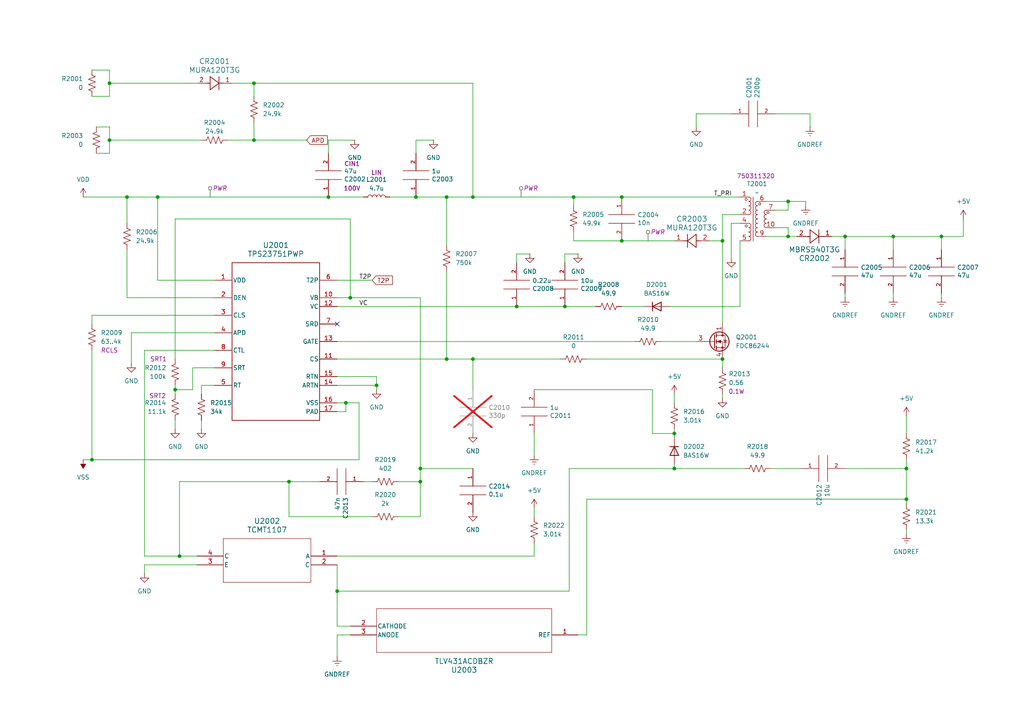
<source format=kicad_sch>
(kicad_sch (version 20231120) (generator "eeschema") (generator_version "8.0")
  (paper "A4")
  (lib_symbols
    (symbol "750311320:750311320"
      (property "Reference" "T" (at 0 0 0))
      (symbol "750311320_0_1"
        (circle (center -2.033 -3.2059) (radius 0.3179))
        (circle (center -2.0012 -10.9317) (radius 0.3179))
        (arc (start -1.27 -15.24) (mid -0.635 -14.605) (end -1.27 -13.97))
        (arc (start -1.27 -13.97) (mid -0.635 -13.335) (end -1.27 -12.7))
        (arc (start -1.27 -12.7) (mid -0.635 -12.065) (end -1.27 -11.43))
        (arc (start -1.27 -11.43) (mid -0.635 -10.795) (end -1.27 -10.16))
        (arc (start -1.27 -7.62) (mid -0.635 -6.985) (end -1.27 -6.35))
        (arc (start -1.27 -6.35) (mid -0.635 -5.715) (end -1.27 -5.08))
        (arc (start -1.27 -5.08) (mid -0.635 -4.445) (end -1.27 -3.81))
        (arc (start -1.27 -3.81) (mid -0.635 -3.175) (end -1.27 -2.54))
        (polyline (pts (xy 0 -15.24) (xy 0 -2.54)))
        (arc (start 1.27 -12.7) (mid 0.635 -13.335) (end 1.27 -13.97))
        (arc (start 1.27 -11.43) (mid 0.635 -12.065) (end 1.27 -12.7))
        (arc (start 1.27 -10.16) (mid 0.635 -10.795) (end 1.27 -11.43))
        (arc (start 1.27 -8.89) (mid 0.635 -9.525) (end 1.27 -10.16))
        (arc (start 1.27 -7.62) (mid 0.635 -8.255) (end 1.27 -8.89))
        (arc (start 1.27 -6.35) (mid 0.635 -6.985) (end 1.27 -7.62))
        (arc (start 1.27 -5.08) (mid 0.635 -5.715) (end 1.27 -6.35))
        (arc (start 1.27 -3.81) (mid 0.635 -4.445) (end 1.27 -5.08))
        (circle (center 1.9093 -4.5412) (radius 0.3179))
        (arc (start 3.81 -10.16) (mid 3.175 -10.795) (end 3.81 -11.43))
        (arc (start 3.81 -8.89) (mid 3.175 -9.525) (end 3.81 -10.16))
        (arc (start 3.81 -7.62) (mid 3.175 -8.255) (end 3.81 -8.89))
        (arc (start 3.81 -6.35) (mid 3.175 -6.985) (end 3.81 -7.62))
        (circle (center 4.2938 -7.0211) (radius 0.3179))
      )
      (symbol "750311320_1_1"
        (pin input line (at -3.81 -2.54 0) (length 2.54) (name "") (number "1"))
        (pin output line (at 6.35 -11.43 180) (length 2.54) (name "") (number "10"))
        (pin input line (at -3.81 -7.62 0) (length 2.54) (name "") (number "2"))
        (pin input line (at -3.81 -10.16 0) (length 2.54) (name "") (number "4"))
        (pin input line (at -3.81 -15.24 0) (length 2.54) (name "") (number "5"))
        (pin output line (at 3.81 -3.81 180) (length 2.54) (name "") (number "6"))
        (pin output line (at 6.35 -6.35 180) (length 2.54) (name "") (number "7"))
        (pin output line (at 3.81 -13.97 180) (length 2.54) (name "") (number "9"))
      )
    )
    (symbol "Device:L" (pin_numbers hide) (pin_names (offset 1.016) hide)
      (property "Reference" "L" (at -1.27 0 90))
      (property "Value" "L" (at 1.905 0 90))
      (symbol "L_0_1"
        (arc (start 0 -2.54) (mid 0.6323 -1.905) (end 0 -1.27))
        (arc (start 0 -1.27) (mid 0.6323 -0.635) (end 0 0))
        (arc (start 0 0) (mid 0.6323 0.635) (end 0 1.27))
        (arc (start 0 1.27) (mid 0.6323 1.905) (end 0 2.54))
      )
      (symbol "L_1_1"
        (pin passive line (at 0 3.81 270) (length 1.27) (name "1") (number "1"))
        (pin passive line (at 0 -3.81 90) (length 1.27) (name "2") (number "2"))
      )
    )
    (symbol "Device:R_US" (pin_numbers hide) (pin_names (offset 0))
      (property "Reference" "R" (at 2.54 0 90))
      (property "Value" "R_US" (at -2.54 0 90))
      (symbol "R_US_0_1"
        (polyline (pts (xy 0 -2.286) (xy 0 -2.54)))
        (polyline (pts (xy 0 2.286) (xy 0 2.54)))
        (polyline (pts (xy 0 -0.762) (xy 1.016 -1.143) (xy 0 -1.524) (xy -1.016 -1.905) (xy 0 -2.286)))
        (polyline (pts (xy 0 0.762) (xy 1.016 0.381) (xy 0 0) (xy -1.016 -0.381) (xy 0 -0.762)))
        (polyline (pts (xy 0 2.286) (xy 1.016 1.905) (xy 0 1.524) (xy -1.016 1.143) (xy 0 0.762)))
      )
      (symbol "R_US_1_1"
        (pin passive line (at 0 3.81 270) (length 1.27) (name "~") (number "1"))
        (pin passive line (at 0 -3.81 90) (length 1.27) (name "~") (number "2"))
      )
    )
    (symbol "Diode:BAS16W" (pin_numbers hide) (pin_names hide)
      (property "Reference" "D" (at 0 2.54 0))
      (property "Value" "BAS16W" (at 0 -2.54 0))
      (symbol "BAS16W_0_1"
        (polyline (pts (xy -1.27 1.27) (xy -1.27 -1.27)) (stroke (width 0.254)))
        (polyline (pts (xy 1.27 0) (xy -1.27 0)))
        (polyline (pts (xy 1.27 1.27) (xy 1.27 -1.27) (xy -1.27 0) (xy 1.27 1.27)) (stroke (width 0.254)))
      )
      (symbol "BAS16W_1_1"
        (pin passive line (at 3.81 0 180) (length 2.54) (name "A") (number "1"))
        (pin no_connect line (at -1.27 0 0) (length 2.54) hide (name "NC") (number "2"))
        (pin passive line (at -3.81 0 0) (length 2.54) (name "K") (number "3"))
      )
    )
    (symbol "MBRS540T3G:MBRS540T3G" (pin_names (offset 0.254))
      (property "Reference" "CR" (at 5.08 4.445 0))
      (property "Value" "MBRS540T3G" (at 5.08 -3.81 0))
      (symbol "MBRS540T3G_1_1"
        (polyline (pts (xy 2.54 0) (xy 3.4798 0)) (stroke (width 0.2032)))
        (polyline (pts (xy 3.175 0) (xy 3.81 0)) (stroke (width 0.2032)))
        (polyline (pts (xy 3.81 -1.905) (xy 6.35 0)) (stroke (width 0.2032)))
        (polyline (pts (xy 3.81 1.905) (xy 3.81 -1.905)) (stroke (width 0.2032)))
        (polyline (pts (xy 6.35 -1.905) (xy 6.35 1.905)) (stroke (width 0.2032)))
        (polyline (pts (xy 6.35 0) (xy 3.81 1.905)) (stroke (width 0.2032)))
        (polyline (pts (xy 6.35 0) (xy 7.62 0)) (stroke (width 0.2032)))
        (pin unspecified line (at 10.16 0 180) (length 2.54) (name "") (number "1"))
        (pin unspecified line (at 0 0 0) (length 2.54) (name "") (number "2"))
      )
      (symbol "MBRS540T3G_1_2"
        (polyline (pts (xy -1.905 3.81) (xy 1.905 3.81)) (stroke (width 0.2032)))
        (polyline (pts (xy 0 2.54) (xy 0 3.4798)) (stroke (width 0.2032)))
        (polyline (pts (xy 0 3.175) (xy 0 3.81)) (stroke (width 0.2032)))
        (polyline (pts (xy 0 6.35) (xy -1.905 3.81)) (stroke (width 0.2032)))
        (polyline (pts (xy 0 6.35) (xy 0 7.62)) (stroke (width 0.2032)))
        (polyline (pts (xy 1.905 3.81) (xy 0 6.35)) (stroke (width 0.2032)))
        (polyline (pts (xy 1.905 6.35) (xy -1.905 6.35)) (stroke (width 0.2032)))
        (pin unspecified line (at 0 10.16 270) (length 2.54) (name "") (number "1"))
        (pin unspecified line (at 0 0 90) (length 2.54) (name "") (number "2"))
      )
    )
    (symbol "MURA120T3G:MURA120T3G" (pin_names (offset 0.254))
      (property "Reference" "CR" (at 5.08 4.445 0))
      (property "Value" "MURA120T3G" (at 5.08 -3.81 0))
      (symbol "MURA120T3G_1_1"
        (polyline (pts (xy 2.54 0) (xy 3.4798 0)) (stroke (width 0.2032)))
        (polyline (pts (xy 3.175 0) (xy 3.81 0)) (stroke (width 0.2032)))
        (polyline (pts (xy 3.81 -1.905) (xy 6.35 0)) (stroke (width 0.2032)))
        (polyline (pts (xy 3.81 1.905) (xy 3.81 -1.905)) (stroke (width 0.2032)))
        (polyline (pts (xy 6.35 -1.905) (xy 6.35 1.905)) (stroke (width 0.2032)))
        (polyline (pts (xy 6.35 0) (xy 3.81 1.905)) (stroke (width 0.2032)))
        (polyline (pts (xy 6.35 0) (xy 7.62 0)) (stroke (width 0.2032)))
        (pin unspecified line (at 10.16 0 180) (length 2.54) (name "") (number "1"))
        (pin unspecified line (at 0 0 0) (length 2.54) (name "") (number "2"))
      )
      (symbol "MURA120T3G_1_2"
        (polyline (pts (xy -1.905 3.81) (xy 1.905 3.81)) (stroke (width 0.2032)))
        (polyline (pts (xy 0 2.54) (xy 0 3.4798)) (stroke (width 0.2032)))
        (polyline (pts (xy 0 3.175) (xy 0 3.81)) (stroke (width 0.2032)))
        (polyline (pts (xy 0 6.35) (xy -1.905 3.81)) (stroke (width 0.2032)))
        (polyline (pts (xy 0 6.35) (xy 0 7.62)) (stroke (width 0.2032)))
        (polyline (pts (xy 1.905 3.81) (xy 0 6.35)) (stroke (width 0.2032)))
        (polyline (pts (xy 1.905 6.35) (xy -1.905 6.35)) (stroke (width 0.2032)))
        (pin unspecified line (at 0 10.16 270) (length 2.54) (name "") (number "1"))
        (pin unspecified line (at 0 0 90) (length 2.54) (name "") (number "2"))
      )
    )
    (symbol "PoE-rescue:C-pspice" (pin_names (offset 0.254))
      (property "Reference" "C" (at 2.54 3.81 90))
      (property "Value" "pspice_C" (at 2.54 -3.81 90))
      (symbol "C-pspice_0_1"
        (polyline (pts (xy -3.81 -1.27) (xy 3.81 -1.27)))
        (polyline (pts (xy -3.81 1.27) (xy 3.81 1.27)))
      )
      (symbol "C-pspice_1_1"
        (pin passive line (at 0 6.35 270) (length 5.08) (name "~") (number "1"))
        (pin passive line (at 0 -6.35 90) (length 5.08) (name "~") (number "2"))
      )
    )
    (symbol "SparkFun-Resistor:0.47_0603" (pin_numbers hide) (pin_names (offset 0))
      (property "Reference" "R" (at 0 -2.54 0))
      (property "Value" "0.47" (at 0 2.54 0))
      (symbol "0.47_0603_0_1"
        (polyline (pts (xy -2.286 0) (xy -2.54 0)))
        (polyline (pts (xy 2.286 0) (xy 2.54 0)))
        (polyline (pts (xy -0.762 0) (xy -1.143 -1.016) (xy -1.524 0) (xy -1.905 1.016) (xy -2.286 0)))
        (polyline (pts (xy 0.762 0) (xy 0.381 -1.016) (xy 0 0) (xy -0.381 1.016) (xy -0.762 0)))
        (polyline (pts (xy 2.286 0) (xy 1.905 -1.016) (xy 1.524 0) (xy 1.143 1.016) (xy 0.762 0)))
      )
      (symbol "0.47_0603_1_1"
        (pin passive line (at 3.81 0 180) (length 1.27) (name "~") (number "1"))
        (pin passive line (at -3.81 0 0) (length 1.27) (name "~") (number "2"))
      )
    )
    (symbol "TCMT1107:TCMT1107" (pin_names (offset 0.254))
      (property "Reference" "U" (at 20.32 10.16 0))
      (property "Value" "TCMT1107" (at 20.32 7.62 0))
      (symbol "TCMT1107_0_1"
        (polyline (pts (xy 7.62 -7.62) (xy 33.02 -7.62)) (stroke (width 0.127)))
        (polyline (pts (xy 7.62 5.08) (xy 7.62 -7.62)) (stroke (width 0.127)))
        (polyline (pts (xy 33.02 -7.62) (xy 33.02 5.08)) (stroke (width 0.127)))
        (polyline (pts (xy 33.02 5.08) (xy 7.62 5.08)) (stroke (width 0.127)))
        (pin unspecified line (at 0 0 0) (length 7.62) (name "A") (number "1"))
        (pin unspecified line (at 0 -2.54 0) (length 7.62) (name "C") (number "2"))
        (pin unspecified line (at 40.64 -2.54 180) (length 7.62) (name "E") (number "3"))
        (pin unspecified line (at 40.64 0 180) (length 7.62) (name "C") (number "4"))
      )
    )
    (symbol "TLV431ACDBZR:TLV431ACDBZR" (pin_names (offset 0.254))
      (property "Reference" "U" (at 33.02 10.16 0))
      (property "Value" "TLV431ACDBZR" (at 33.02 7.62 0))
      (symbol "TLV431ACDBZR_0_1"
        (polyline (pts (xy 7.62 -7.62) (xy 58.42 -7.62)) (stroke (width 0.127)))
        (polyline (pts (xy 7.62 5.08) (xy 7.62 -7.62)) (stroke (width 0.127)))
        (polyline (pts (xy 58.42 -7.62) (xy 58.42 5.08)) (stroke (width 0.127)))
        (polyline (pts (xy 58.42 5.08) (xy 7.62 5.08)) (stroke (width 0.127)))
        (pin unspecified line (at 0 0 0) (length 7.62) (name "REF") (number "1"))
        (pin unspecified line (at 66.04 -2.54 180) (length 7.62) (name "CATHODE") (number "2"))
        (pin unspecified line (at 66.04 0 180) (length 7.62) (name "ANODE") (number "3"))
      )
    )
    (symbol "TPS23751PWP:TPS23751PWP" (pin_names (offset 0.254))
      (property "Reference" "U" (at 0 2.54 0))
      (property "Value" "TPS23751PWP" (at 0 0 0))
      (symbol "TPS23751PWP_0_1"
        (polyline (pts (xy -12.7 -22.86) (xy 12.7 -22.86)) (stroke (width 0.2032)))
        (polyline (pts (xy -12.7 22.86) (xy -12.7 -22.86)) (stroke (width 0.2032)))
        (polyline (pts (xy 12.7 -22.86) (xy 12.7 22.86)) (stroke (width 0.2032)))
        (polyline (pts (xy 12.7 22.86) (xy -12.7 22.86)) (stroke (width 0.2032)))
        (pin power_in line (at -17.78 17.78 0) (length 5.08) (name "VDD") (number "1"))
        (pin output line (at 17.78 12.7 180) (length 5.08) (name "VB") (number "10"))
        (pin bidirectional line (at 17.78 -5.08 180) (length 5.08) (name "CS") (number "11"))
        (pin bidirectional line (at 17.78 10.16 180) (length 5.08) (name "VC") (number "12"))
        (pin output line (at 17.78 0 180) (length 5.08) (name "GATE") (number "13"))
        (pin power_in line (at 17.78 -12.7 180) (length 5.08) (name "ARTN") (number "14"))
        (pin output line (at 17.78 -10.16 180) (length 5.08) (name "RTN") (number "15"))
        (pin power_in line (at 17.78 -17.78 180) (length 5.08) (name "VSS") (number "16"))
        (pin unspecified line (at 17.78 -20.32 180) (length 5.08) (name "PAD") (number "17"))
        (pin bidirectional line (at -17.78 12.7 0) (length 5.08) (name "DEN") (number "2"))
        (pin bidirectional line (at -17.78 7.62 0) (length 5.08) (name "CLS") (number "3"))
        (pin input line (at -17.78 2.54 0) (length 5.08) (name "APD") (number "4"))
        (pin input line (at -17.78 -12.7 0) (length 5.08) (name "RT") (number "5"))
        (pin output line (at 17.78 17.78 180) (length 5.08) (name "T2P") (number "6"))
        (pin output line (at 17.78 5.08 180) (length 5.08) (name "SRD") (number "7"))
        (pin input line (at -17.78 -2.54 0) (length 5.08) (name "CTL") (number "8"))
        (pin input line (at -17.78 -7.62 0) (length 5.08) (name "SRT") (number "9"))
      )
    )
    (symbol "Transistor_FET:FDC86244" (pin_names hide)
      (property "Reference" "Q" (at 5.08 1.905 0))
      (property "Value" "FDC86244" (at 5.08 0 0))
      (symbol "FDC86244_0_1"
        (polyline (pts (xy 0.254 0) (xy -2.54 0)))
        (polyline (pts (xy 0.254 1.905) (xy 0.254 -1.905)) (stroke (width 0.254)))
        (polyline (pts (xy 0.762 -1.27) (xy 0.762 -2.286)) (stroke (width 0.254)))
        (polyline (pts (xy 0.762 0.508) (xy 0.762 -0.508)) (stroke (width 0.254)))
        (polyline (pts (xy 0.762 2.286) (xy 0.762 1.27)) (stroke (width 0.254)))
        (polyline (pts (xy 2.54 2.54) (xy 2.54 1.778)))
        (polyline (pts (xy 2.54 -2.54) (xy 2.54 0) (xy 0.762 0)))
        (polyline (pts (xy 0.762 -1.778) (xy 3.302 -1.778) (xy 3.302 1.778) (xy 0.762 1.778)))
        (polyline (pts (xy 1.016 0) (xy 2.032 0.381) (xy 2.032 -0.381) (xy 1.016 0)) (fill (type outline)))
        (polyline (pts (xy 2.794 0.508) (xy 2.921 0.381) (xy 3.683 0.381) (xy 3.81 0.254)))
        (polyline (pts (xy 3.302 0.381) (xy 2.921 -0.254) (xy 3.683 -0.254) (xy 3.302 0.381)))
        (circle (center 1.651 0) (radius 2.794) (stroke (width 0.254)))
        (circle (center 2.54 -1.778) (radius 0.254) (fill (type outline)))
        (circle (center 2.54 1.778) (radius 0.254) (fill (type outline)))
      )
      (symbol "FDC86244_1_1"
        (pin passive line (at 2.54 5.08 270) (length 2.54) (name "D") (number "1"))
        (pin passive line (at 2.54 5.08 270) (length 2.54) hide (name "D") (number "2"))
        (pin passive line (at -5.08 0 0) (length 2.54) (name "G") (number "3"))
        (pin passive line (at 2.54 -5.08 90) (length 2.54) (name "S") (number "4"))
        (pin passive line (at 2.54 5.08 270) (length 2.54) hide (name "D") (number "5"))
        (pin passive line (at 2.54 5.08 270) (length 2.54) hide (name "D") (number "6"))
      )
    )
    (symbol "power:+5V" (power) (pin_numbers hide) (pin_names (offset 0) hide)
      (property "Value" "+5V" (at 0 3.556 0))
      (symbol "+5V_0_1"
        (polyline (pts (xy -0.762 1.27) (xy 0 2.54)))
        (polyline (pts (xy 0 0) (xy 0 2.54)))
        (polyline (pts (xy 0 2.54) (xy 0.762 1.27)))
      )
      (symbol "+5V_1_1"
        (pin power_in line (at 0 0 90) (length 0) (name "~") (number "1"))
      )
    )
    (symbol "power:GND" (power) (pin_numbers hide) (pin_names (offset 0) hide)
      (property "Value" "GND" (at 0 -3.81 0))
      (symbol "GND_0_1"
        (polyline (pts (xy 0 0) (xy 0 -1.27) (xy 1.27 -1.27) (xy 0 -2.54) (xy -1.27 -1.27) (xy 0 -1.27)))
      )
      (symbol "GND_1_1"
        (pin power_in line (at 0 0 270) (length 0) (name "~") (number "1"))
      )
    )
    (symbol "power:GNDREF" (power) (pin_numbers hide) (pin_names (offset 0) hide)
      (property "Value" "GNDREF" (at 0 -3.81 0))
      (symbol "GNDREF_0_1"
        (polyline (pts (xy -0.635 -1.905) (xy 0.635 -1.905)))
        (polyline (pts (xy -0.127 -2.54) (xy 0.127 -2.54)))
        (polyline (pts (xy 0 -1.27) (xy 0 0)))
        (polyline (pts (xy 1.27 -1.27) (xy -1.27 -1.27)))
      )
      (symbol "GNDREF_1_1"
        (pin power_in line (at 0 0 270) (length 0) (name "~") (number "1"))
      )
    )
    (symbol "power:VDD" (power) (pin_numbers hide) (pin_names (offset 0) hide)
      (property "Value" "VDD" (at 0 3.556 0))
      (symbol "VDD_0_1"
        (polyline (pts (xy -0.762 1.27) (xy 0 2.54)))
        (polyline (pts (xy 0 0) (xy 0 2.54)))
        (polyline (pts (xy 0 2.54) (xy 0.762 1.27)))
      )
      (symbol "VDD_1_1"
        (pin power_in line (at 0 0 90) (length 0) (name "~") (number "1"))
      )
    )
    (symbol "power:VSS" (power) (pin_numbers hide) (pin_names (offset 0) hide)
      (property "Value" "VSS" (at 0 3.556 0))
      (symbol "VSS_0_1"
        (polyline (pts (xy 0 0) (xy 0 2.54)))
        (polyline (pts (xy 0.762 1.27) (xy -0.762 1.27) (xy 0 2.54) (xy 0.762 1.27)) (fill (type outline)))
      )
      (symbol "VSS_1_1"
        (pin power_in line (at 0 0 90) (length 0) (name "~") (number "1"))
      )
    )
  )
  (junction (at 137.16 57.15))
  (junction (at 245.11 68.58))
  (junction (at 121.92 139.7))
  (junction (at 209.55 104.14))
  (junction (at 149.86 88.9))
  (junction (at 195.58 135.89))
  (junction (at 26.67 133.35))
  (junction (at 121.92 135.89))
  (junction (at 109.22 111.76))
  (junction (at 262.89 135.89))
  (junction (at 95.25 57.15))
  (junction (at 195.58 125.73))
  (junction (at 180.34 69.85))
  (junction (at 52.07 161.29))
  (junction (at 228.6 58.42))
  (junction (at 101.6 86.36))
  (junction (at 259.08 68.58))
  (junction (at 120.65 57.15))
  (junction (at 129.54 104.14))
  (junction (at 31.75 24.13))
  (junction (at 83.82 139.7))
  (junction (at 100.33 116.84))
  (junction (at 209.55 69.85))
  (junction (at 228.6 68.58))
  (junction (at 166.37 57.15))
  (junction (at 273.05 68.58))
  (junction (at 163.83 88.9))
  (junction (at 73.66 40.64))
  (junction (at 31.75 40.64))
  (junction (at 97.79 171.45))
  (junction (at 137.16 104.14))
  (junction (at 129.54 57.15))
  (junction (at 180.34 57.15))
  (junction (at 36.83 57.15))
  (junction (at 73.66 24.13))
  (junction (at 45.72 57.15))
  (junction (at 50.8 113.03))
  (junction (at 262.89 144.78))
  (no_connect (at 97.79 93.98))
  (wire (pts (xy 109.22 111.76) (xy 109.22 113.03)))
  (wire (pts (xy 201.93 33.02) (xy 201.93 36.83)))
  (wire (pts (xy 245.11 135.89) (xy 262.89 135.89)))
  (wire (pts (xy 115.57 149.86) (xy 121.92 149.86)))
  (wire (pts (xy 137.16 24.13) (xy 137.16 57.15)))
  (wire (pts (xy 214.63 62.23) (xy 209.55 62.23)))
  (wire (pts (xy 209.55 104.14) (xy 209.55 106.68)))
  (wire (pts (xy 129.54 104.14) (xy 137.16 104.14)))
  (wire (pts (xy 180.34 57.15) (xy 214.63 57.15)))
  (wire (pts (xy 201.93 33.02) (xy 212.09 33.02)))
  (wire (pts (xy 214.63 69.85) (xy 214.63 88.9)))
  (wire (pts (xy 129.54 78.74) (xy 129.54 104.14)))
  (wire (pts (xy 170.18 184.15) (xy 170.18 144.78)))
  (wire (pts (xy 97.79 119.38) (xy 100.33 119.38)))
  (wire (pts (xy 273.05 68.58) (xy 273.05 72.39)))
  (wire (pts (xy 27.94 44.45) (xy 31.75 44.45)))
  (wire (pts (xy 180.34 88.9) (xy 186.69 88.9)))
  (wire (pts (xy 45.72 57.15) (xy 45.72 81.28)))
  (wire (pts (xy 180.34 69.85) (xy 195.58 69.85)))
  (wire (pts (xy 163.83 88.9) (xy 172.72 88.9)))
  (wire (pts (xy 97.79 86.36) (xy 101.6 86.36)))
  (wire (pts (xy 170.18 144.78) (xy 262.89 144.78)))
  (wire (pts (xy 73.66 24.13) (xy 137.16 24.13)))
  (wire (pts (xy 120.65 40.64) (xy 120.65 44.45)))
  (wire (pts (xy 62.23 106.68) (xy 55.88 106.68)))
  (wire (pts (xy 26.67 91.44) (xy 26.67 93.98)))
  (wire (pts (xy 67.31 24.13) (xy 73.66 24.13)))
  (wire (pts (xy 166.37 67.31) (xy 166.37 69.85)))
  (wire (pts (xy 121.92 139.7) (xy 121.92 149.86)))
  (wire (pts (xy 24.13 57.15) (xy 36.83 57.15)))
  (wire (pts (xy 31.75 40.64) (xy 58.42 40.64)))
  (wire (pts (xy 83.82 139.7) (xy 92.71 139.7)))
  (wire (pts (xy 36.83 86.36) (xy 36.83 72.39)))
  (wire (pts (xy 113.03 57.15) (xy 120.65 57.15)))
  (wire (pts (xy 214.63 64.77) (xy 212.09 64.77)))
  (wire (pts (xy 107.95 149.86) (xy 83.82 149.86)))
  (wire (pts (xy 50.8 111.76) (xy 50.8 113.03)))
  (wire (pts (xy 26.67 101.6) (xy 26.67 133.35)))
  (wire (pts (xy 262.89 120.65) (xy 262.89 125.73)))
  (wire (pts (xy 212.09 64.77) (xy 212.09 74.93)))
  (wire (pts (xy 195.58 125.73) (xy 195.58 127)))
  (wire (pts (xy 36.83 57.15) (xy 45.72 57.15)))
  (wire (pts (xy 31.75 27.94) (xy 31.75 24.13)))
  (wire (pts (xy 245.11 68.58) (xy 245.11 72.39)))
  (wire (pts (xy 165.1 171.45) (xy 97.79 171.45)))
  (wire (pts (xy 195.58 124.46) (xy 195.58 125.73)))
  (wire (pts (xy 41.91 163.83) (xy 41.91 166.37)))
  (wire (pts (xy 97.79 181.61) (xy 101.6 181.61)))
  (wire (pts (xy 222.25 68.58) (xy 228.6 68.58)))
  (wire (pts (xy 245.11 85.09) (xy 245.11 86.36)))
  (wire (pts (xy 101.6 63.5) (xy 50.8 63.5)))
  (wire (pts (xy 62.23 111.76) (xy 58.42 111.76)))
  (wire (pts (xy 191.77 99.06) (xy 201.93 99.06)))
  (wire (pts (xy 234.95 33.02) (xy 234.95 36.83)))
  (wire (pts (xy 50.8 63.5) (xy 50.8 104.14)))
  (wire (pts (xy 228.6 60.96) (xy 228.6 58.42)))
  (wire (pts (xy 262.89 133.35) (xy 262.89 135.89)))
  (wire (pts (xy 137.16 57.15) (xy 166.37 57.15)))
  (wire (pts (xy 166.37 69.85) (xy 180.34 69.85)))
  (wire (pts (xy 52.07 161.29) (xy 57.15 161.29)))
  (wire (pts (xy 228.6 68.58) (xy 228.6 66.04)))
  (wire (pts (xy 62.23 81.28) (xy 45.72 81.28)))
  (wire (pts (xy 95.25 40.64) (xy 95.25 44.45)))
  (wire (pts (xy 104.14 133.35) (xy 104.14 116.84)))
  (wire (pts (xy 149.86 88.9) (xy 163.83 88.9)))
  (wire (pts (xy 101.6 63.5) (xy 101.6 86.36)))
  (wire (pts (xy 73.66 40.64) (xy 66.04 40.64)))
  (wire (pts (xy 41.91 161.29) (xy 52.07 161.29)))
  (wire (pts (xy 129.54 57.15) (xy 129.54 71.12)))
  (wire (pts (xy 62.23 86.36) (xy 36.83 86.36)))
  (wire (pts (xy 165.1 135.89) (xy 165.1 171.45)))
  (wire (pts (xy 137.16 104.14) (xy 162.56 104.14)))
  (wire (pts (xy 31.75 20.32) (xy 31.75 24.13)))
  (wire (pts (xy 154.94 113.03) (xy 189.23 113.03)))
  (wire (pts (xy 137.16 104.14) (xy 137.16 113.03)))
  (wire (pts (xy 154.94 147.32) (xy 154.94 149.86)))
  (wire (pts (xy 100.33 116.84) (xy 97.79 116.84)))
  (wire (pts (xy 195.58 114.3) (xy 195.58 116.84)))
  (wire (pts (xy 262.89 135.89) (xy 262.89 144.78)))
  (wire (pts (xy 170.18 104.14) (xy 209.55 104.14)))
  (wire (pts (xy 273.05 85.09) (xy 273.05 86.36)))
  (wire (pts (xy 224.79 60.96) (xy 228.6 60.96)))
  (wire (pts (xy 95.25 57.15) (xy 105.41 57.15)))
  (wire (pts (xy 83.82 139.7) (xy 52.07 139.7)))
  (wire (pts (xy 58.42 121.92) (xy 58.42 124.46)))
  (wire (pts (xy 163.83 73.66) (xy 167.64 73.66)))
  (wire (pts (xy 97.79 184.15) (xy 97.79 190.5)))
  (wire (pts (xy 279.4 63.5) (xy 279.4 68.58)))
  (wire (pts (xy 55.88 113.03) (xy 50.8 113.03)))
  (wire (pts (xy 189.23 125.73) (xy 195.58 125.73)))
  (wire (pts (xy 115.57 139.7) (xy 121.92 139.7)))
  (wire (pts (xy 228.6 66.04) (xy 224.79 66.04)))
  (wire (pts (xy 97.79 99.06) (xy 184.15 99.06)))
  (wire (pts (xy 102.87 40.64) (xy 95.25 40.64)))
  (wire (pts (xy 166.37 57.15) (xy 180.34 57.15)))
  (wire (pts (xy 57.15 163.83) (xy 41.91 163.83)))
  (wire (pts (xy 241.3 68.58) (xy 245.11 68.58)))
  (wire (pts (xy 233.68 58.42) (xy 233.68 59.69)))
  (wire (pts (xy 194.31 88.9) (xy 214.63 88.9)))
  (wire (pts (xy 259.08 68.58) (xy 259.08 72.39)))
  (wire (pts (xy 31.75 40.64) (xy 31.75 44.45)))
  (wire (pts (xy 97.79 109.22) (xy 109.22 109.22)))
  (wire (pts (xy 101.6 86.36) (xy 121.92 86.36)))
  (wire (pts (xy 38.1 96.52) (xy 62.23 96.52)))
  (wire (pts (xy 73.66 24.13) (xy 73.66 27.94)))
  (wire (pts (xy 209.55 115.57) (xy 209.55 114.3)))
  (wire (pts (xy 73.66 35.56) (xy 73.66 40.64)))
  (wire (pts (xy 209.55 62.23) (xy 209.55 69.85)))
  (wire (pts (xy 50.8 113.03) (xy 50.8 114.3)))
  (wire (pts (xy 105.41 139.7) (xy 107.95 139.7)))
  (wire (pts (xy 259.08 85.09) (xy 259.08 86.36)))
  (wire (pts (xy 228.6 68.58) (xy 231.14 68.58)))
  (wire (pts (xy 104.14 116.84) (xy 100.33 116.84)))
  (wire (pts (xy 26.67 27.94) (xy 31.75 27.94)))
  (wire (pts (xy 245.11 68.58) (xy 259.08 68.58)))
  (wire (pts (xy 97.79 81.28) (xy 107.95 81.28)))
  (wire (pts (xy 125.73 40.64) (xy 120.65 40.64)))
  (wire (pts (xy 209.55 69.85) (xy 205.74 69.85)))
  (wire (pts (xy 97.79 161.29) (xy 154.94 161.29)))
  (wire (pts (xy 167.64 184.15) (xy 170.18 184.15)))
  (wire (pts (xy 31.75 36.83) (xy 31.75 40.64)))
  (wire (pts (xy 223.52 135.89) (xy 232.41 135.89)))
  (wire (pts (xy 62.23 91.44) (xy 26.67 91.44)))
  (wire (pts (xy 273.05 68.58) (xy 279.4 68.58)))
  (wire (pts (xy 149.86 73.66) (xy 153.67 73.66)))
  (wire (pts (xy 209.55 69.85) (xy 209.55 93.98)))
  (wire (pts (xy 26.67 133.35) (xy 104.14 133.35)))
  (wire (pts (xy 31.75 24.13) (xy 57.15 24.13)))
  (wire (pts (xy 129.54 57.15) (xy 137.16 57.15)))
  (wire (pts (xy 41.91 101.6) (xy 41.91 161.29)))
  (wire (pts (xy 83.82 149.86) (xy 83.82 139.7)))
  (wire (pts (xy 149.86 73.66) (xy 149.86 76.2)))
  (wire (pts (xy 36.83 57.15) (xy 36.83 64.77)))
  (wire (pts (xy 109.22 109.22) (xy 109.22 111.76)))
  (wire (pts (xy 55.88 106.68) (xy 55.88 113.03)))
  (wire (pts (xy 100.33 116.84) (xy 100.33 119.38)))
  (wire (pts (xy 97.79 171.45) (xy 97.79 181.61)))
  (wire (pts (xy 24.13 133.35) (xy 26.67 133.35)))
  (wire (pts (xy 97.79 111.76) (xy 109.22 111.76)))
  (wire (pts (xy 38.1 96.52) (xy 38.1 105.41)))
  (wire (pts (xy 262.89 154.94) (xy 262.89 153.67)))
  (wire (pts (xy 215.9 135.89) (xy 195.58 135.89)))
  (wire (pts (xy 154.94 125.73) (xy 154.94 132.08)))
  (wire (pts (xy 58.42 111.76) (xy 58.42 114.3)))
  (wire (pts (xy 50.8 121.92) (xy 50.8 124.46)))
  (wire (pts (xy 195.58 135.89) (xy 165.1 135.89)))
  (wire (pts (xy 259.08 68.58) (xy 273.05 68.58)))
  (wire (pts (xy 97.79 88.9) (xy 149.86 88.9)))
  (wire (pts (xy 101.6 184.15) (xy 97.79 184.15)))
  (wire (pts (xy 62.23 101.6) (xy 41.91 101.6)))
  (wire (pts (xy 120.65 57.15) (xy 129.54 57.15)))
  (wire (pts (xy 73.66 40.64) (xy 88.9 40.64)))
  (wire (pts (xy 163.83 73.66) (xy 163.83 76.2)))
  (wire (pts (xy 52.07 139.7) (xy 52.07 161.29)))
  (wire (pts (xy 262.89 144.78) (xy 262.89 146.05)))
  (wire (pts (xy 166.37 57.15) (xy 166.37 59.69)))
  (wire (pts (xy 26.67 20.32) (xy 31.75 20.32)))
  (wire (pts (xy 228.6 58.42) (xy 233.68 58.42)))
  (wire (pts (xy 189.23 113.03) (xy 189.23 125.73)))
  (wire (pts (xy 121.92 135.89) (xy 137.16 135.89)))
  (wire (pts (xy 97.79 104.14) (xy 129.54 104.14)))
  (wire (pts (xy 45.72 57.15) (xy 95.25 57.15)))
  (wire (pts (xy 121.92 86.36) (xy 121.92 135.89)))
  (wire (pts (xy 195.58 135.89) (xy 195.58 134.62)))
  (wire (pts (xy 222.25 58.42) (xy 228.6 58.42)))
  (wire (pts (xy 27.94 36.83) (xy 31.75 36.83)))
  (wire (pts (xy 121.92 135.89) (xy 121.92 139.7)))
  (wire (pts (xy 97.79 163.83) (xy 97.79 171.45)))
  (wire (pts (xy 154.94 157.48) (xy 154.94 161.29)))
  (wire (pts (xy 224.79 33.02) (xy 234.95 33.02)))
  (label "T2P" (at 104.14 81.28 0))
  (label "VC" (at 104.14 88.9 0))
  (label "T_PRI" (at 207.01 57.15 0))
  (global_label "APD" (shape input) (at 88.9 40.64 0) (property "Intersheetrefs" "${INTERSHEET_REFS}" (effects (hide yes))))
  (global_label "T2P" (shape input) (at 107.95 81.28 0) (property "Intersheetrefs" "${INTERSHEET_REFS}" (effects (hide yes))))
  (netclass_flag "" (length 2.54) (shape round) (at 60.96 57.15 0) (property "Netclass" "PWR" (at 61.6585 54.61 0) (effects (font (italic yes)) (justify left))))
  (netclass_flag "" (length 2.54) (shape round) (at 151.13 57.15 0) (property "Netclass" "PWR" (at 151.8285 54.61 0) (effects (font (italic yes)) (justify left))))
  (netclass_flag "" (length 2.54) (shape round) (at 187.96 69.85 0) (property "Netclass" "PWR" (at 188.6585 67.31 0) (effects (font (italic yes)) (justify left))))
  (symbol (lib_id "MBRS540T3G:MBRS540T3G") (at 231.14 68.58 0) (mirror x) (unit 1)
    (property "Reference" "CR2002" (at 236.22 74.93 0) (effects (font (size 1.524 1.524))))
    (property "Value" "MBRS540T3G" (at 236.22 72.39 0) (effects (font (size 1.524 1.524))))
    (property "Footprint" "footprints:DIODE_SMC_7P15X6P25_ONS" (effects (hide yes)))
    (property "Datasheet" "MBRS540T3G" (effects (hide yes)))
  )
  (symbol (lib_id "power:GND") (at 125.73 40.64 0) (mirror y) (unit 1)
    (property "Reference" "#PWR02004" (effects (hide yes)))
    (property "Value" "GND" (at 125.73 45.72 0))
    (property "Description" "Power symbol creates a global label with name \"GND\" , ground" (effects (hide yes)))
  )
  (symbol (lib_id "Device:R_US") (at 187.96 99.06 270) (unit 1)
    (property "Reference" "R2010" (at 187.96 92.71 90))
    (property "Value" "49.9" (at 187.96 95.25 90))
    (property "Footprint" "LED_SMD:LED_0805_2012Metric" (effects (hide yes)))
    (property "Description" "Resistor, US symbol" (effects (hide yes)))
  )
  (symbol (lib_id "PoE-rescue:C-pspice") (at 245.11 78.74 0) (unit 1)
    (property "Reference" "C2005" (at 249.6312 77.5716 0) (effects (justify left)))
    (property "Value" "47u" (at 249.6312 79.883 0) (effects (justify left)))
    (property "Footprint" "footprints:CAP_WCAP-ASLI_06p3X05p5_WRE" (effects (hide yes)))
  )
  (symbol (lib_id "MURA120T3G:MURA120T3G") (at 205.74 69.85 0) (mirror y) (unit 1)
    (property "Reference" "CR2003" (at 200.66 63.5 0) (effects (font (size 1.524 1.524))))
    (property "Value" "MURA120T3G" (at 200.66 66.04 0) (effects (font (size 1.524 1.524))))
    (property "Footprint" "footprints:DIODE_TVS1SMAS5_4P57X2P92_ONS" (effects (hide yes)))
    (property "Datasheet" "MURA120T3G" (effects (hide yes)))
  )
  (symbol (lib_id "Device:R_US") (at 50.8 118.11 0) (mirror y) (unit 1)
    (property "Reference" "R2014" (at 48.26 116.8399 0) (effects (justify left)))
    (property "Value" "11.1k" (at 48.26 119.3799 0) (effects (justify left)))
    (property "Footprint" "Resistor_SMD:R_0805_2012Metric" (effects (hide yes)))
    (property "Description" "SRT2" (at 45.72 114.808 0))
  )
  (symbol (lib_id "Device:R_US") (at 36.83 68.58 0) (unit 1)
    (property "Reference" "R2006" (at 39.37 67.3099 0) (effects (justify left)))
    (property "Value" "24.9k" (at 39.37 69.8499 0) (effects (justify left)))
    (property "Footprint" "LED_SMD:LED_0805_2012Metric" (effects (hide yes)))
    (property "Description" "Resistor, US symbol" (effects (hide yes)))
  )
  (symbol (lib_id "power:GNDREF") (at 262.89 154.94 0) (unit 1)
    (property "Reference" "#PWR02026" (effects (hide yes)))
    (property "Value" "GNDREF" (at 262.89 160.02 0))
    (property "Description" "Power symbol creates a global label with name \"GNDREF\" , reference supply ground" (effects (hide yes)))
  )
  (symbol (lib_id "TCMT1107:TCMT1107") (at 97.79 161.29 0) (mirror y) (unit 1)
    (property "Reference" "U2002" (at 77.47 151.13 0) (effects (font (size 1.524 1.524))))
    (property "Value" "TCMT1107" (at 77.47 153.67 0) (effects (font (size 1.524 1.524))))
    (property "Footprint" "footprints:SSOP4_4P40X2P85_VIS" (effects (hide yes)))
    (property "Datasheet" "TCMT1107" (effects (hide yes)))
  )
  (symbol (lib_id "power:+5V") (at 279.4 63.5 0) (unit 1)
    (property "Reference" "#PWR02007" (effects (hide yes)))
    (property "Value" "+5V" (at 279.4 58.42 0))
    (property "Description" "Power symbol creates a global label with name \"+5V\"" (effects (hide yes)))
  )
  (symbol (lib_id "power:GNDREF") (at 233.68 59.69 0) (unit 1)
    (property "Reference" "#PWR02006" (effects (hide yes)))
    (property "Value" "GNDREF" (at 233.68 64.77 0))
    (property "Description" "Power symbol creates a global label with name \"GNDREF\" , reference supply ground" (effects (hide yes)))
  )
  (symbol (lib_id "power:VSS") (at 24.13 133.35 0) (mirror x) (unit 1)
    (property "Reference" "#PWR02023" (effects (hide yes)))
    (property "Value" "VSS" (at 24.13 138.43 0))
    (property "Description" "Power symbol creates a global label with name \"VSS\"" (effects (hide yes)))
  )
  (symbol (lib_id "PoE-rescue:C-pspice") (at 137.16 142.24 0) (unit 1)
    (property "Reference" "C2014" (at 141.6812 141.0716 0) (effects (justify left)))
    (property "Value" "0.1u" (at 141.6812 143.383 0) (effects (justify left)))
    (property "Footprint" "Capacitor_SMD:C_0805_2012Metric" (effects (hide yes)))
  )
  (symbol (lib_id "power:GND") (at 167.64 73.66 0) (unit 1)
    (property "Reference" "#PWR02009" (effects (hide yes)))
    (property "Value" "GND" (at 167.64 78.74 0))
    (property "Description" "Power symbol creates a global label with name \"GND\" , ground" (effects (hide yes)))
  )
  (symbol (lib_id "PoE-rescue:C-pspice") (at 238.76 135.89 90) (mirror x) (unit 1)
    (property "Reference" "C2012" (at 237.5916 140.4112 0) (effects (justify left)))
    (property "Value" "10u" (at 239.903 140.4112 0) (effects (justify left)))
    (property "Footprint" "Capacitor_SMD:C_0805_2012Metric" (effects (hide yes)))
  )
  (symbol (lib_id "Device:R_US") (at 58.42 118.11 0) (unit 1)
    (property "Reference" "R2015" (at 60.96 116.8399 0) (effects (justify left)))
    (property "Value" "34k" (at 60.96 119.3799 0) (effects (justify left)))
    (property "Footprint" "Resistor_SMD:R_0805_2012Metric" (effects (hide yes)))
    (property "Description" "Resistor, US symbol" (effects (hide yes)))
  )
  (symbol (lib_id "power:GND") (at 153.67 73.66 0) (unit 1)
    (property "Reference" "#PWR02008" (effects (hide yes)))
    (property "Value" "GND" (at 153.67 78.74 0))
    (property "Description" "Power symbol creates a global label with name \"GND\" , ground" (effects (hide yes)))
  )
  (symbol (lib_id "power:GNDREF") (at 97.79 190.5 0) (unit 1)
    (property "Reference" "#PWR02028" (effects (hide yes)))
    (property "Value" "GNDREF" (at 97.79 195.58 0))
    (property "Description" "Power symbol creates a global label with name \"GNDREF\" , reference supply ground" (effects (hide yes)))
  )
  (symbol (lib_id "Device:R_US") (at 50.8 107.95 0) (mirror y) (unit 1)
    (property "Reference" "R2012" (at 48.26 106.6799 0) (effects (justify left)))
    (property "Value" "100k" (at 48.26 109.2199 0) (effects (justify left)))
    (property "Footprint" "LED_SMD:LED_0805_2012Metric" (effects (hide yes)))
    (property "Description" "SRT1" (at 45.974 104.14 0))
  )
  (symbol (lib_id "MURA120T3G:MURA120T3G") (at 57.15 24.13 0) (unit 1)
    (property "Reference" "CR2001" (at 62.23 17.78 0) (effects (font (size 1.524 1.524))))
    (property "Value" "MURA120T3G" (at 62.23 20.32 0) (effects (font (size 1.524 1.524))))
    (property "Footprint" "footprints:DIODE_TVS1SMAS5_4P57X2P92_ONS" (effects (hide yes)))
    (property "Datasheet" "MURA120T3G" (effects (hide yes)))
  )
  (symbol (lib_id "power:+5V") (at 262.89 120.65 0) (unit 1)
    (property "Reference" "#PWR02018" (effects (hide yes)))
    (property "Value" "+5V" (at 262.89 115.57 0))
    (property "Description" "Power symbol creates a global label with name \"+5V\"" (effects (hide yes)))
  )
  (symbol (lib_id "power:VDD") (at 24.13 57.15 0) (unit 1)
    (property "Reference" "#PWR02005" (effects (hide yes)))
    (property "Value" "VDD" (at 24.13 52.07 0))
    (property "Description" "Power symbol creates a global label with name \"VDD\"" (effects (hide yes)))
  )
  (symbol (lib_id "Transistor_FET:FDC86244") (at 207.01 99.06 0) (unit 1)
    (property "Reference" "Q2001" (at 213.36 97.7899 0) (effects (justify left)))
    (property "Value" "FDC86244" (at 213.36 100.3299 0) (effects (justify left)))
    (property "Footprint" "Package_TO_SOT_SMD:SuperSOT-6" (effects (hide yes)))
    (property "Datasheet" "https://www.onsemi.com/pub/Collateral/FDC86244-D.pdf" (effects (hide yes)))
    (property "Description" "2.3A Id, 150V Vds, N-Channel MOSFET, 144mOhm Ron, SuperSOT-6" (effects (hide yes)))
  )
  (symbol (lib_id "power:GNDREF") (at 154.94 132.08 0) (unit 1)
    (property "Reference" "#PWR02022" (effects (hide yes)))
    (property "Value" "GNDREF" (at 154.94 137.16 0))
    (property "Description" "Power symbol creates a global label with name \"GNDREF\" , reference supply ground" (effects (hide yes)))
  )
  (symbol (lib_id "Device:R_US") (at 73.66 31.75 0) (unit 1)
    (property "Reference" "R2002" (at 76.2 30.4799 0) (effects (justify left)))
    (property "Value" "24.9k" (at 76.2 33.0199 0) (effects (justify left)))
    (property "Footprint" "Resistor_SMD:R_0805_2012Metric" (effects (hide yes)))
    (property "Description" "Resistor, US symbol" (effects (hide yes)))
  )
  (symbol (lib_id "power:GNDREF") (at 234.95 36.83 0) (unit 1)
    (property "Reference" "#PWR02002" (effects (hide yes)))
    (property "Value" "GNDREF" (at 234.95 41.91 0))
    (property "Description" "Power symbol creates a global label with name \"GNDREF\" , reference supply ground" (effects (hide yes)))
  )
  (symbol (lib_id "TLV431ACDBZR:TLV431ACDBZR") (at 167.64 184.15 180) (unit 1)
    (property "Reference" "U2003" (at 134.62 194.31 0) (effects (font (size 1.524 1.524))))
    (property "Value" "TLV431ACDBZR" (at 134.62 191.77 0) (effects (font (size 1.524 1.524))))
    (property "Footprint" "footprints:DBZ3" (effects (hide yes)))
    (property "Datasheet" "TLV431ACDBZR" (effects (hide yes)))
  )
  (symbol (lib_id "power:GND") (at 41.91 166.37 0) (unit 1)
    (property "Reference" "#PWR02027" (effects (hide yes)))
    (property "Value" "GND" (at 41.91 171.45 0))
    (property "Description" "Power symbol creates a global label with name \"GND\" , ground" (effects (hide yes)))
  )
  (symbol (lib_id "power:GND") (at 201.93 36.83 0) (unit 1)
    (property "Reference" "#PWR02001" (effects (hide yes)))
    (property "Value" "GND" (at 201.93 41.91 0))
    (property "Description" "Power symbol creates a global label with name \"GND\" , ground" (effects (hide yes)))
  )
  (symbol (lib_id "power:GND") (at 50.8 124.46 0) (unit 1)
    (property "Reference" "#PWR02019" (effects (hide yes)))
    (property "Value" "GND" (at 50.8 129.54 0))
    (property "Description" "Power symbol creates a global label with name \"GND\" , ground" (effects (hide yes)))
  )
  (symbol (lib_id "Device:R_US") (at 262.89 149.86 0) (unit 1)
    (property "Reference" "R2021" (at 265.43 148.5899 0) (effects (justify left)))
    (property "Value" "13.3k" (at 265.43 151.1299 0) (effects (justify left)))
    (property "Footprint" "Resistor_SMD:R_0805_2012Metric" (effects (hide yes)))
    (property "Description" "Resistor, US symbol" (effects (hide yes)))
  )
  (symbol (lib_id "PoE-rescue:C-pspice") (at 180.34 63.5 0) (unit 1)
    (property "Reference" "C2004" (at 184.8612 62.3316 0) (effects (justify left)))
    (property "Value" "10n" (at 184.8612 64.643 0) (effects (justify left)))
    (property "Footprint" "Capacitor_SMD:C_0805_2012Metric" (effects (hide yes)))
  )
  (symbol (lib_id "PoE-rescue:C-pspice") (at 154.94 119.38 0) (mirror x) (unit 1)
    (property "Reference" "C2011" (at 159.4612 120.5484 0) (effects (justify left)))
    (property "Value" "1u" (at 159.4612 118.237 0) (effects (justify left)))
    (property "Footprint" "Capacitor_SMD:C_0805_2012Metric" (effects (hide yes)))
  )
  (symbol (lib_id "SparkFun-Resistor:0.47_0603") (at 27.94 40.64 270) (mirror x) (unit 1)
    (property "Reference" "R2003" (at 24.13 39.3699 90) (effects (justify right)))
    (property "Value" "0" (at 24.13 41.9099 90) (effects (justify right)))
    (property "Footprint" "Resistor_SMD:R_0805_2012Metric" (effects (hide yes)))
    (property "Datasheet" "https://industrial.panasonic.com/cdbs/www-data/pdf/RDN0000/AOA0000C313.pdf" (effects (hide yes)))
    (property "Description" "Resistor" (effects (hide yes)))
    (property "PROD_ID" "RES-20715" (effects (hide yes)))
  )
  (symbol (lib_id "PoE-rescue:C-pspice") (at 218.44 33.02 90) (unit 1)
    (property "Reference" "C2001" (at 217.2716 28.4988 0) (effects (justify left)))
    (property "Value" "2200p" (at 219.583 28.4988 0) (effects (justify left)))
    (property "Footprint" "Capacitor_SMD:C_0805_2012Metric" (effects (hide yes)))
  )
  (symbol (lib_id "power:+5V") (at 195.58 114.3 0) (unit 1)
    (property "Reference" "#PWR02016" (effects (hide yes)))
    (property "Value" "+5V" (at 195.58 109.22 0))
    (property "Description" "Power symbol creates a global label with name \"+5V\"" (effects (hide yes)))
  )
  (symbol (lib_id "Device:R_US") (at 111.76 139.7 270) (unit 1)
    (property "Reference" "R2019" (at 111.76 133.35 90))
    (property "Value" "402" (at 111.76 135.89 90))
    (property "Footprint" "Resistor_SMD:R_0805_2012Metric" (effects (hide yes)))
    (property "Description" "Resistor, US symbol" (effects (hide yes)))
  )
  (symbol (lib_id "power:+5V") (at 154.94 147.32 0) (unit 1)
    (property "Reference" "#PWR02024" (effects (hide yes)))
    (property "Value" "+5V" (at 154.94 142.24 0))
    (property "Description" "Power symbol creates a global label with name \"+5V\"" (effects (hide yes)))
  )
  (symbol (lib_id "750311320:750311320") (at 218.44 54.61 0) (unit 1)
    (property "Reference" "T2001" (at 219.5704 53.34 0))
    (property "Value" "~" (at 219.5704 55.88 0))
    (property "Footprint" "footprints:750311320" (effects (hide yes)))
    (property "Datasheet" "https://www.we-online.com/components/products/datasheet/750311320.pdf" (effects (hide yes)))
    (property "Description" "750311320" (at 219.202 51.054 0))
  )
  (symbol (lib_id "Device:R_US") (at 166.37 63.5 0) (unit 1)
    (property "Reference" "R2005" (at 168.91 62.2299 0) (effects (justify left)))
    (property "Value" "49.9k" (at 168.91 64.7699 0) (effects (justify left)))
    (property "Footprint" "Resistor_SMD:R_0805_2012Metric" (effects (hide yes)))
    (property "Description" "Resistor, US symbol" (effects (hide yes)))
  )
  (symbol (lib_id "Device:R_US") (at 62.23 40.64 270) (unit 1)
    (property "Reference" "R2004" (at 62.23 35.56 90))
    (property "Value" "24.9k" (at 62.23 38.1 90))
    (property "Footprint" "Resistor_SMD:R_0805_2012Metric" (effects (hide yes)))
    (property "Description" "Resistor, US symbol" (effects (hide yes)))
  )
  (symbol (lib_id "PoE-rescue:C-pspice") (at 149.86 82.55 0) (mirror x) (unit 1)
    (property "Reference" "C2008" (at 154.3812 83.7184 0) (effects (justify left)))
    (property "Value" "0.22u" (at 154.3812 81.407 0) (effects (justify left)))
    (property "Footprint" "Capacitor_SMD:C_0805_2012Metric" (effects (hide yes)))
  )
  (symbol (lib_id "PoE-rescue:C-pspice") (at 99.06 139.7 270) (unit 1)
    (property "Reference" "C2013" (at 100.2284 144.2212 0) (effects (justify left)))
    (property "Value" "47n" (at 97.917 144.2212 0) (effects (justify left)))
    (property "Footprint" "Capacitor_SMD:C_0805_2012Metric" (effects (hide yes)))
  )
  (symbol (lib_id "PoE-rescue:C-pspice") (at 163.83 82.55 0) (mirror x) (unit 1)
    (property "Reference" "C2009" (at 168.3512 83.7184 0) (effects (justify left)))
    (property "Value" "10u" (at 168.3512 81.407 0) (effects (justify left)))
    (property "Footprint" "footprints:CAP_WCAP-ASLI_06p3X05p5_WRE" (effects (hide yes)))
  )
  (symbol (lib_id "power:GND") (at 137.16 148.59 0) (unit 1)
    (property "Reference" "#PWR02025" (effects (hide yes)))
    (property "Value" "GND" (at 137.16 153.67 0))
    (property "Description" "Power symbol creates a global label with name \"GND\" , ground" (effects (hide yes)))
  )
  (symbol (lib_id "power:GND") (at 209.55 115.57 0) (unit 1)
    (property "Reference" "#PWR02017" (effects (hide yes)))
    (property "Value" "GND" (at 209.55 120.65 0))
    (property "Description" "Power symbol creates a global label with name \"GND\" , ground" (effects (hide yes)))
  )
  (symbol (lib_id "PoE-rescue:C-pspice") (at 259.08 78.74 0) (unit 1)
    (property "Reference" "C2006" (at 263.6012 77.5716 0) (effects (justify left)))
    (property "Value" "47u" (at 263.6012 79.883 0) (effects (justify left)))
    (property "Footprint" "footprints:CAP_WCAP-ASLI_06p3X05p5_WRE" (effects (hide yes)))
  )
  (symbol (lib_id "power:GND") (at 58.42 124.46 0) (unit 1)
    (property "Reference" "#PWR02020" (effects (hide yes)))
    (property "Value" "GND" (at 58.42 129.54 0))
    (property "Description" "Power symbol creates a global label with name \"GND\" , ground" (effects (hide yes)))
  )
  (symbol (lib_id "power:GNDREF") (at 245.11 86.36 0) (unit 1)
    (property "Reference" "#PWR02011" (effects (hide yes)))
    (property "Value" "GNDREF" (at 245.11 91.44 0))
    (property "Description" "Power symbol creates a global label with name \"GNDREF\" , reference supply ground" (effects (hide yes)))
  )
  (symbol (lib_id "Device:L") (at 109.22 57.15 90) (unit 1)
    (property "Reference" "L2001" (at 109.22 52.07 90))
    (property "Value" "4.7u" (at 109.22 54.61 90))
    (property "Footprint" "Inductor_SMD:L_Abracon_ASPI-4030S" (effects (hide yes)))
    (property "Description" "LIN" (at 109.22 50.038 90))
  )
  (symbol (lib_id "TPS23751PWP:TPS23751PWP") (at 80.01 99.06 0) (unit 1)
    (property "Reference" "U2001" (at 80.01 71.12 0) (effects (font (size 1.524 1.524))))
    (property "Value" "TPS23751PWP" (at 80.01 73.66 0) (effects (font (size 1.524 1.524))))
    (property "Footprint" "footprints:PWP0016J_N" (effects (hide yes)))
    (property "Datasheet" "TPS23751PWP" (effects (hide yes)))
  )
  (symbol (lib_id "Diode:BAS16W") (at 195.58 130.81 270) (unit 1)
    (property "Reference" "D2002" (at 198.12 129.5399 90) (effects (justify left)))
    (property "Value" "BAS16W" (at 198.12 132.0799 90) (effects (justify left)))
    (property "Footprint" "Package_TO_SOT_SMD:SOT-323_SC-70" (effects (hide yes)))
    (property "Datasheet" "https://assets.nexperia.com/documents/data-sheet/BAS16_SER.pdf" (effects (hide yes)))
    (property "Description" "100V, 0.175A, High-speed Switching Diode, SOT-323" (effects (hide yes)))
  )
  (symbol (lib_id "Device:R_US") (at 26.67 97.79 0) (unit 1)
    (property "Reference" "R2009" (at 29.21 96.5199 0) (effects (justify left)))
    (property "Value" "63..4k" (at 29.21 99.0599 0) (effects (justify left)))
    (property "Footprint" "LED_SMD:LED_0805_2012Metric" (effects (hide yes)))
    (property "Description" "RCLS" (at 31.75 101.6 0))
  )
  (symbol (lib_id "Device:R_US") (at 209.55 110.49 0) (unit 1)
    (property "Reference" "R2013" (at 211.328 108.458 0) (effects (justify left)))
    (property "Value" "0.56" (at 211.328 110.998 0) (effects (justify left)))
    (property "Footprint" "Resistor_SMD:R_0805_2012Metric" (effects (hide yes)))
    (property "Description" "Resistor, US symbol" (effects (hide yes)))
    (property "Power" "0.1W" (at 213.614 113.5381 0))
  )
  (symbol (lib_id "power:GND") (at 38.1 105.41 0) (unit 1)
    (property "Reference" "#PWR02014" (effects (hide yes)))
    (property "Value" "GND" (at 38.1 110.49 0))
    (property "Description" "Power symbol creates a global label with name \"GND\" , ground" (effects (hide yes)))
  )
  (symbol (lib_id "power:GNDREF") (at 273.05 86.36 0) (unit 1)
    (property "Reference" "#PWR02013" (effects (hide yes)))
    (property "Value" "GNDREF" (at 273.05 91.44 0))
    (property "Description" "Power symbol creates a global label with name \"GNDREF\" , reference supply ground" (effects (hide yes)))
  )
  (symbol (lib_id "Device:R_US") (at 154.94 153.67 180) (unit 1)
    (property "Reference" "R2022" (at 157.48 152.3999 0) (effects (justify right)))
    (property "Value" "3.01k" (at 157.48 154.9399 0) (effects (justify right)))
    (property "Footprint" "Resistor_SMD:R_0805_2012Metric" (effects (hide yes)))
    (property "Description" "Resistor, US symbol" (effects (hide yes)))
  )
  (symbol (lib_id "power:GND") (at 137.16 125.73 0) (unit 1)
    (property "Reference" "#PWR02021" (effects (hide yes)))
    (property "Value" "GND" (at 137.16 130.81 0))
    (property "Description" "Power symbol creates a global label with name \"GND\" , ground" (effects (hide yes)))
  )
  (symbol (lib_id "PoE-rescue:C-pspice") (at 273.05 78.74 0) (unit 1)
    (property "Reference" "C2007" (at 277.5712 77.5716 0) (effects (justify left)))
    (property "Value" "47u" (at 277.5712 79.883 0) (effects (justify left)))
    (property "Footprint" "footprints:CAP_WCAP-ASLI_06p3X05p5_WRE" (effects (hide yes)))
  )
  (symbol (lib_id "power:GNDREF") (at 259.08 86.36 0) (unit 1)
    (property "Reference" "#PWR02012" (effects (hide yes)))
    (property "Value" "GNDREF" (at 259.08 91.44 0))
    (property "Description" "Power symbol creates a global label with name \"GNDREF\" , reference supply ground" (effects (hide yes)))
  )
  (symbol (lib_id "Device:R_US") (at 219.71 135.89 270) (unit 1)
    (property "Reference" "R2018" (at 219.71 129.54 90))
    (property "Value" "49.9" (at 219.71 132.08 90))
    (property "Footprint" "Resistor_SMD:R_0805_2012Metric" (effects (hide yes)))
    (property "Description" "Resistor, US symbol" (effects (hide yes)))
  )
  (symbol (lib_id "power:GND") (at 109.22 113.03 0) (unit 1)
    (property "Reference" "#PWR02015" (effects (hide yes)))
    (property "Value" "GND" (at 109.22 118.11 0))
    (property "Description" "Power symbol creates a global label with name \"GND\" , ground" (effects (hide yes)))
  )
  (symbol (lib_id "power:GND") (at 102.87 40.64 0) (mirror y) (unit 1)
    (property "Reference" "#PWR02003" (effects (hide yes)))
    (property "Value" "GND" (at 102.87 45.72 0))
    (property "Description" "Power symbol creates a global label with name \"GND\" , ground" (effects (hide yes)))
  )
  (symbol (lib_id "Device:R_US") (at 111.76 149.86 270) (unit 1)
    (property "Reference" "R2020" (at 111.76 143.51 90))
    (property "Value" "2k" (at 111.76 146.05 90))
    (property "Footprint" "Resistor_SMD:R_0805_2012Metric" (effects (hide yes)))
    (property "Description" "Resistor, US symbol" (effects (hide yes)))
  )
  (symbol (lib_id "Device:R_US") (at 195.58 120.65 180) (unit 1)
    (property "Reference" "R2016" (at 198.12 119.3799 0) (effects (justify right)))
    (property "Value" "3.01k" (at 198.12 121.9199 0) (effects (justify right)))
    (property "Footprint" "Resistor_SMD:R_0805_2012Metric" (effects (hide yes)))
    (property "Description" "Resistor, US symbol" (effects (hide yes)))
  )
  (symbol (lib_id "PoE-rescue:C-pspice") (at 137.16 119.38 0) (unit 1) (dnp yes)
    (property "Reference" "C2010" (at 141.6812 118.2116 0) (effects (justify left)))
    (property "Value" "330p" (at 141.6812 120.523 0) (effects (justify left)))
    (property "Footprint" "Capacitor_SMD:C_0805_2012Metric" (effects (hide yes)))
  )
  (symbol (lib_id "Device:R_US") (at 129.54 74.93 0) (unit 1)
    (property "Reference" "R2007" (at 132.08 73.6599 0) (effects (justify left)))
    (property "Value" "750k" (at 132.08 76.1999 0) (effects (justify left)))
    (property "Footprint" "LED_SMD:LED_0805_2012Metric" (effects (hide yes)))
    (property "Description" "Resistor, US symbol" (effects (hide yes)))
  )
  (symbol (lib_id "Device:R_US") (at 176.53 88.9 270) (unit 1)
    (property "Reference" "R2008" (at 176.53 82.55 90))
    (property "Value" "49.9" (at 176.53 85.09 90))
    (property "Footprint" "LED_SMD:LED_0805_2012Metric" (effects (hide yes)))
    (property "Description" "Resistor, US symbol" (effects (hide yes)))
  )
  (symbol (lib_id "PoE-rescue:C-pspice") (at 95.25 50.8 0) (mirror x) (unit 1)
    (property "Reference" "C2002" (at 99.7712 51.9684 0) (effects (justify left)))
    (property "Value" "47u" (at 99.7712 49.657 0) (effects (justify left)))
    (property "Footprint" "footprints:CAP_WCAP-ASLI_06p3X05p5_WRE" (effects (hide yes)))
    (property "Description" "CIN1" (at 99.822 47.498 0) (effects (justify left)))
    (property "Voltage" "100V" (at 102.108 54.61 0))
  )
  (symbol (lib_id "Device:R_US") (at 166.37 104.14 270) (unit 1)
    (property "Reference" "R2011" (at 166.37 97.79 90))
    (property "Value" "0" (at 166.37 100.33 90))
    (property "Footprint" "LED_SMD:LED_0805_2012Metric" (effects (hide yes)))
    (property "Description" "Resistor, US symbol" (effects (hide yes)))
  )
  (symbol (lib_id "Diode:BAS16W") (at 190.5 88.9 0) (unit 1)
    (property "Reference" "D2001" (at 190.5 82.55 0))
    (property "Value" "BAS16W" (at 190.5 85.09 0))
    (property "Footprint" "Package_TO_SOT_SMD:SOT-323_SC-70" (effects (hide yes)))
    (property "Datasheet" "https://assets.nexperia.com/documents/data-sheet/BAS16_SER.pdf" (effects (hide yes)))
    (property "Description" "100V, 0.175A, High-speed Switching Diode, SOT-323" (effects (hide yes)))
  )
  (symbol (lib_id "Device:R_US") (at 26.67 24.13 0) (unit 1)
    (property "Reference" "R2001" (at 24.13 22.8599 0) (effects (justify right)))
    (property "Value" "0" (at 24.13 25.3999 0) (effects (justify right)))
    (property "Footprint" "Resistor_SMD:R_0805_2012Metric" (effects (hide yes)))
    (property "Description" "Resistor, US symbol" (effects (hide yes)))
  )
  (symbol (lib_id "power:GND") (at 212.09 74.93 0) (unit 1)
    (property "Reference" "#PWR02010" (effects (hide yes)))
    (property "Value" "GND" (at 212.09 80.01 0))
    (property "Description" "Power symbol creates a global label with name \"GND\" , ground" (effects (hide yes)))
  )
  (symbol (lib_id "Device:R_US") (at 262.89 129.54 0) (unit 1)
    (property "Reference" "R2017" (at 265.43 128.2699 0) (effects (justify left)))
    (property "Value" "41.2k" (at 265.43 130.8099 0) (effects (justify left)))
    (property "Footprint" "Resistor_SMD:R_0805_2012Metric" (effects (hide yes)))
    (property "Description" "Resistor, US symbol" (effects (hide yes)))
  )
  (symbol (lib_id "PoE-rescue:C-pspice") (at 120.65 50.8 0) (mirror x) (unit 1)
    (property "Reference" "C2003" (at 125.1712 51.9684 0) (effects (justify left)))
    (property "Value" "1u" (at 125.1712 49.657 0) (effects (justify left)))
    (property "Footprint" "Capacitor_SMD:C_0805_2012Metric" (effects (hide yes)))
  )
)
</source>
